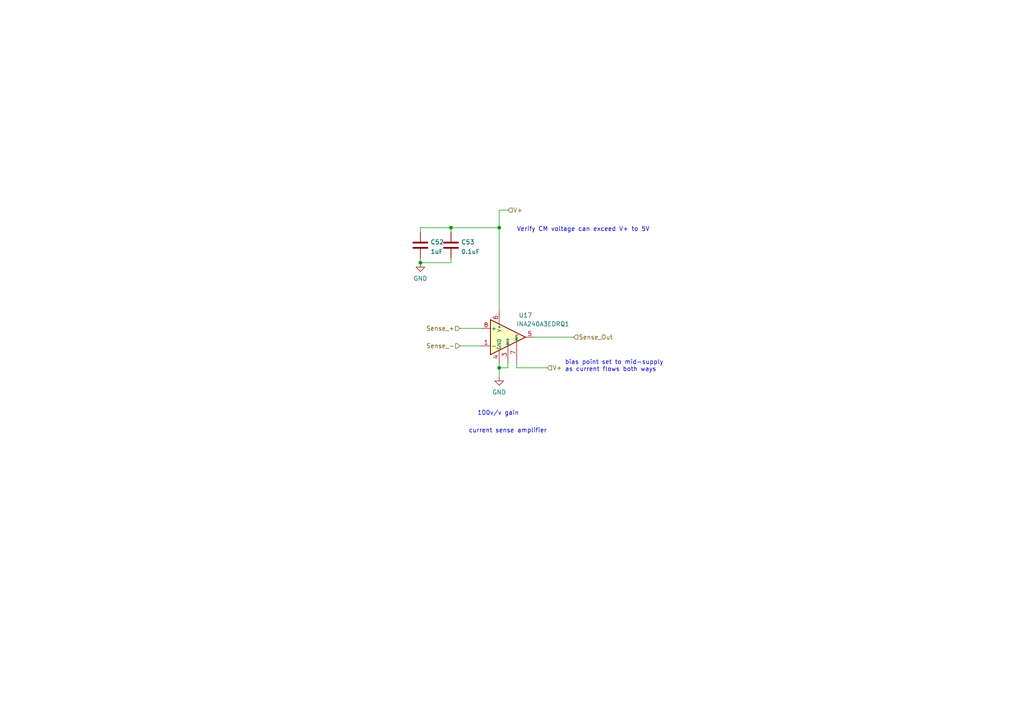
<source format=kicad_sch>
(kicad_sch (version 20230121) (generator eeschema)
  (paper "A4")
  (title_block (company "Sierra Lobo INC"))
  (lib_symbols
    (symbol "Device:C" (pin_numbers hide) (pin_names (offset 0.254))
      (property "Reference" "C" (at 0.635 2.54 0))
      (property "Value" "C" (at 0.635 -2.54 0))
      (symbol "C_0_1"
        (polyline (pts (xy -2.032 -0.762) (xy 2.032 -0.762)) (stroke (width 0.508)))
        (polyline (pts (xy -2.032 0.762) (xy 2.032 0.762)) (stroke (width 0.508)))
      )
      (symbol "C_1_1"
        (pin passive line (at 0 3.81 270) (length 2.794) (name "~") (number "1"))
        (pin passive line (at 0 -3.81 90) (length 2.794) (name "~") (number "2"))
      )
    )
    (symbol "FP-Interface-Card:INA240AxxD" (pin_names (offset 0.127))
      (property "Reference" "U" (at 3.81 3.81 0))
      (property "Value" "INA240AxxD" (at 3.81 -2.54 0))
      (symbol "INA240AxxD_0_1"
        (polyline (pts (xy 5.08 0) (xy -5.08 5.08) (xy -5.08 -5.08) (xy 5.08 0)) (stroke (width 0.254)) (fill (type background)))
      )
      (symbol "INA240AxxD_1_1"
        (pin input line (at -7.62 -2.54 0) (length 2.54) (name "-") (number "1"))
        (pin passive line (at -2.54 -7.62 90) (length 3.81) hide (name "GND") (number "2"))
        (pin passive line (at 0 -7.62 90) (length 5.08) (name "REF2") (number "3"))
        (pin power_in line (at -2.54 -7.62 90) (length 3.81) (name "GND") (number "4"))
        (pin output line (at 7.62 0 180) (length 2.54) (name "~") (number "5"))
        (pin power_in line (at -2.54 7.62 270) (length 3.81) (name "V+") (number "6"))
        (pin passive line (at 2.54 -7.62 90) (length 6.35) (name "REF1") (number "7"))
        (pin input line (at -7.62 2.54 0) (length 2.54) (name "+") (number "8"))
      )
    )
    (symbol "power:GND" (power) (pin_names (offset 0))
      (property "Value" "GND" (at 0 -3.81 0))
      (symbol "GND_0_1"
        (polyline (pts (xy 0 0) (xy 0 -1.27) (xy 1.27 -1.27) (xy 0 -2.54) (xy -1.27 -1.27) (xy 0 -1.27)))
      )
      (symbol "GND_1_1"
        (pin power_in line (at 0 0 270) (length 0) hide (name "GND") (number "1"))
      )
    )
  )
  (junction (at 144.78 66.04))
  (junction (at 121.92 76.2))
  (junction (at 144.78 106.68))
  (junction (at 130.81 66.04))
  (wire (pts (xy 133.35 100.33) (xy 139.7 100.33)))
  (wire (pts (xy 149.86 105.41) (xy 149.86 106.68)))
  (wire (pts (xy 144.78 105.41) (xy 144.78 106.68)))
  (wire (pts (xy 144.78 66.04) (xy 144.78 90.17)))
  (wire (pts (xy 144.78 106.68) (xy 144.78 109.22)))
  (wire (pts (xy 121.92 67.31) (xy 121.92 66.04)))
  (wire (pts (xy 130.81 66.04) (xy 130.81 67.31)))
  (wire (pts (xy 121.92 66.04) (xy 130.81 66.04)))
  (wire (pts (xy 130.81 66.04) (xy 144.78 66.04)))
  (wire (pts (xy 139.7 95.25) (xy 133.35 95.25)))
  (wire (pts (xy 149.86 106.68) (xy 158.75 106.68)))
  (wire (pts (xy 121.92 74.93) (xy 121.92 76.2)))
  (wire (pts (xy 130.81 76.2) (xy 130.81 74.93)))
  (wire (pts (xy 144.78 106.68) (xy 147.32 106.68)))
  (wire (pts (xy 147.32 105.41) (xy 147.32 106.68)))
  (wire (pts (xy 147.32 60.96) (xy 144.78 60.96)))
  (wire (pts (xy 144.78 60.96) (xy 144.78 66.04)))
  (wire (pts (xy 121.92 76.2) (xy 130.81 76.2)))
  (wire (pts (xy 154.94 97.79) (xy 166.37 97.79)))
  (text "current sense amplifier" (at 135.89 125.73 0) (effects (font (size 1.27 1.27)) (justify left bottom)))
  (text "Verify CM voltage can exceed V+ to 5V" (at 149.86 67.31 0) (effects (font (size 1.27 1.27)) (justify left bottom)))
  (text "bias point set to mid-supply\nas current flows both ways" (at 163.83 107.95 0) (effects (font (size 1.27 1.27)) (justify left bottom)))
  (text "100v/v gain" (at 138.43 120.65 0) (effects (font (size 1.27 1.27)) (justify left bottom)))
  (hierarchical_label "V+" (shape input) (at 158.75 106.68 0))
  (hierarchical_label "V+" (shape input) (at 147.32 60.96 0))
  (hierarchical_label "Sense_-" (shape input) (at 133.35 100.33 180))
  (hierarchical_label "Sense_Out" (shape input) (at 166.37 97.79 0))
  (hierarchical_label "Sense_+" (shape input) (at 133.35 95.25 180))
  (symbol (lib_id "Device:C") (at 121.92 71.12 0) (unit 1)
    (property "Reference" "C52" (at 124.841 70.2115 0) (effects (justify left)))
    (property "Value" "1uF" (at 124.841 72.9866 0) (effects (justify left)))
    (property "Footprint" "Capacitor_SMD:C_0603_1608Metric" (effects hide))
    (instances (project "FP Interface Card" (path "" (reference "C52") (unit 1)) (path "" (reference "C54") (unit 1)) (path "" (reference "C59") (unit 1))))
  )
  (symbol (lib_id "power:GND") (at 144.78 109.22 0) (unit 1)
    (property "Reference" "#PWR049" (effects hide))
    (property "Value" "GND" (at 144.78 113.7825 0))
    (instances (project "FP Interface Card" (path "" (reference "#PWR049") (unit 1)) (path "" (reference "#PWR051") (unit 1)) (path "" (reference "#PWR058") (unit 1))))
  )
  (symbol (lib_id "Device:C") (at 130.81 71.12 0) (unit 1)
    (property "Reference" "C53" (at 133.731 70.2115 0) (effects (justify left)))
    (property "Value" "0.1uF" (at 133.731 72.9866 0) (effects (justify left)))
    (property "Footprint" "Capacitor_SMD:C_0603_1608Metric" (effects hide))
    (instances (project "FP Interface Card" (path "" (reference "C53") (unit 1)) (path "" (reference "C55") (unit 1)) (path "" (reference "C60") (unit 1))))
  )
  (symbol (lib_id "FP-Interface-Card:INA240AxxD") (at 147.32 97.79 0) (unit 1)
    (property "Reference" "U17" (at 152.4 91.44 0))
    (property "Value" "INA240A3EDRQ1" (at 157.48 93.98 0))
    (property "Footprint" "Package_SO:SOIC-8_3.9x4.9mm_P1.27mm" (effects hide))
    (instances (project "FP Interface Card" (path "" (reference "U17") (unit 1)) (path "" (reference "U18") (unit 1)) (path "" (reference "U20") (unit 1))))
  )
  (symbol (lib_id "power:GND") (at 121.92 76.2 0) (unit 1)
    (property "Reference" "#PWR048" (effects hide))
    (property "Value" "GND" (at 121.92 80.7625 0))
    (instances (project "FP Interface Card" (path "" (reference "#PWR048") (unit 1)) (path "" (reference "#PWR050") (unit 1)) (path "" (reference "#PWR057") (unit 1))))
  )
)
</source>
